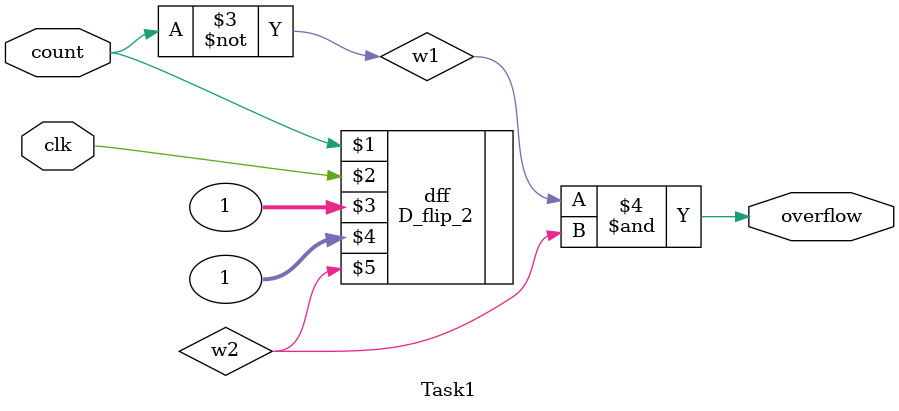
<source format=sv>
`timescale 1ns / 1ps


module Task1(
input count,
input clk,
output overflow
    );
    
//    module D_flip_2(
//    input D,       // Data input
//    input clk,     // Clock input
//    input en,      // Enable input
//    input reset,   // Active-low reset input
//    output reg Q   // Output
//);
 logic w1,w2;
 
  D_flip_2  #(7) dff(count,clk,1,1 ,w2);
  assign w1 = ~count ;  
   assign overflow = w1 & w2  ;  
    

    
endmodule

</source>
